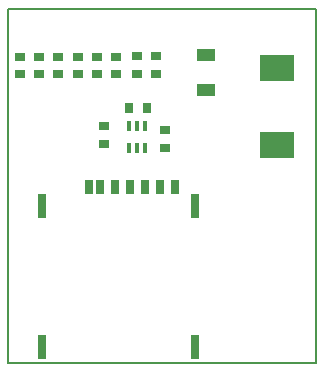
<source format=gbp>
%FSLAX25Y25*%
%MOIN*%
G70*
G01*
G75*
G04 Layer_Color=128*
%ADD10C,0.01000*%
%ADD11C,0.01500*%
%ADD12C,0.02000*%
%ADD13R,0.02362X0.03937*%
%ADD14R,0.03347X0.02756*%
%ADD15R,0.02756X0.03347*%
%ADD16R,0.03150X0.03937*%
%ADD17R,0.06000X0.07874*%
%ADD18R,0.03150X0.07000*%
%ADD19R,0.03937X0.03150*%
%ADD20R,0.09843X0.11811*%
%ADD21O,0.07087X0.02362*%
%ADD22O,0.02362X0.07087*%
%ADD23C,0.01200*%
%ADD24C,0.00800*%
%ADD25R,0.12700X0.10700*%
%ADD26R,0.06900X0.08800*%
%ADD27C,0.00500*%
%ADD28C,0.05906*%
%ADD29R,0.05906X0.05906*%
%ADD30C,0.02000*%
%ADD31C,0.04000*%
%ADD32R,0.11811X0.08661*%
%ADD33R,0.02559X0.04843*%
%ADD34R,0.02756X0.08268*%
%ADD35R,0.01575X0.03347*%
%ADD36R,0.05906X0.03937*%
%ADD37R,0.12100X0.10500*%
%ADD38R,0.22700X0.10400*%
%ADD39R,0.10900X0.05300*%
%ADD40R,0.07200X0.31400*%
%ADD41C,0.00400*%
%ADD42R,0.03162X0.04737*%
%ADD43R,0.04147X0.03556*%
%ADD44R,0.03556X0.04147*%
%ADD45R,0.03950X0.04737*%
%ADD46R,0.06800X0.08674*%
%ADD47R,0.03950X0.07800*%
%ADD48R,0.04737X0.03950*%
%ADD49R,0.10642X0.12611*%
%ADD50O,0.07887X0.03162*%
%ADD51O,0.03162X0.07887*%
%ADD52C,0.06706*%
%ADD53R,0.06706X0.06706*%
%ADD54C,0.02800*%
%ADD55R,0.12611X0.09461*%
%ADD56R,0.03359X0.05643*%
%ADD57R,0.03556X0.09068*%
%ADD58R,0.02375X0.04147*%
%ADD59R,0.06706X0.04737*%
D14*
X31800Y-45006D02*
D03*
Y-39100D02*
D03*
X52100Y-46200D02*
D03*
Y-40295D02*
D03*
X35914Y-21800D02*
D03*
Y-15894D02*
D03*
X49300Y-21600D02*
D03*
Y-15695D02*
D03*
X43000Y-15700D02*
D03*
Y-21606D02*
D03*
X23029Y-21800D02*
D03*
Y-15894D02*
D03*
X29471Y-15894D02*
D03*
Y-21800D02*
D03*
X16586Y-21800D02*
D03*
Y-15894D02*
D03*
X3700Y-21800D02*
D03*
Y-15894D02*
D03*
X10143Y-15894D02*
D03*
Y-21800D02*
D03*
D15*
X40300Y-33100D02*
D03*
X46205D02*
D03*
D27*
X0Y0D02*
X102362D01*
X0Y-118110D02*
Y0D01*
Y-118110D02*
X102362D01*
Y0D01*
D32*
X89500Y-19600D02*
D03*
Y-45191D02*
D03*
D33*
X26900Y-59200D02*
D03*
X30640D02*
D03*
X55640D02*
D03*
X50640D02*
D03*
X45640D02*
D03*
X40640D02*
D03*
X35640D02*
D03*
D34*
X62215Y-65558D02*
D03*
Y-112802D02*
D03*
X11073Y-65558D02*
D03*
Y-112802D02*
D03*
D35*
X45359Y-38958D02*
D03*
X42800Y-46242D02*
D03*
X45359D02*
D03*
X42800Y-38958D02*
D03*
X40241D02*
D03*
Y-46242D02*
D03*
D36*
X65800Y-15200D02*
D03*
Y-27011D02*
D03*
M02*

</source>
